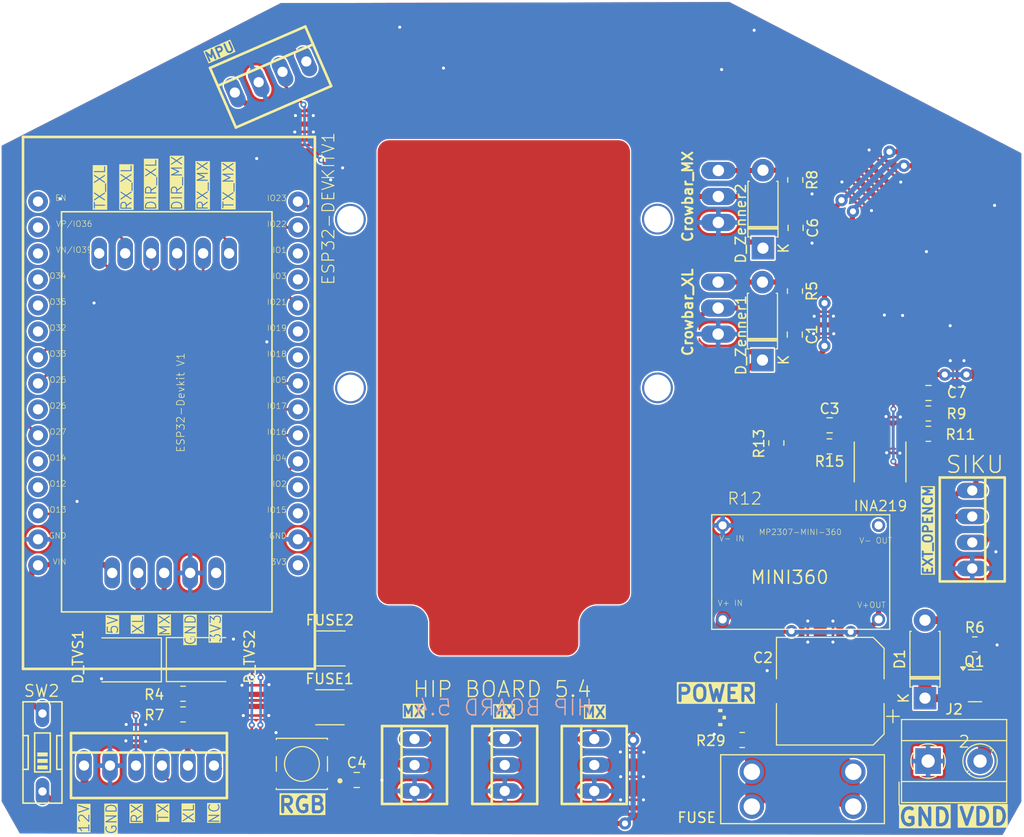
<source format=kicad_pcb>
(kicad_pcb (version 20240108) (generator "pcbnew") (generator_version "8.0")
  (layers (0 "F.Cu" signal) (31 "B.Cu" signal) (34 "B.Paste" user) (35 "F.Paste" user) (36 "B.SilkS" user "B.Silkscreen") (37 "F.SilkS" user "F.Silkscreen") (38 "B.Mask" user) (39 "F.Mask" user) (44 "Edge.Cuts" user))
  (net 0 "")
  (net 1 "GND")
  (net 2 "Net-(LED1-PadA)")
  (net 3 "+12V")
  (net 4 "unconnected-(J3-Pin_6-Pad6)")
  (net 5 "VCC_12V_IN")
  (net 6 "+3V3")
  (net 7 "/Board Shield 2023 V5.3.2_1/TX_XL")
  (net 8 "/Board Shield 2023 V5.3.2_1/SCL")
  (net 9 "/Board Shield 2023 V5.3.2_1/DIR_XL")
  (net 10 "/Board Shield 2023 V5.3.2_1/RX_MX")
  (net 11 "/Board Shield 2023 V5.3.2_1/SDA")
  (net 12 "/Board Shield 2023 V5.3.2_1/TX_MX")
  (net 13 "/Board Shield 2023 V5.3.2_1/3V3_IC")
  (net 14 "/Board Shield 2023 V5.3.2_1/RX_XL")
  (net 15 "/Board Shield 2023 V5.3.2_1/DIR_MX")
  (net 17 "/Board Shield 2023 V5.3.2_1/VIN-")
  (net 18 "/Board Shield 2023 V5.3.2_1/VIN+")
  (net 20 "Net-(D1-A)")
  (net 21 "Net-(D1-K)")
  (net 22 "/Board Shield 2023 V5.3.2_1/VCC_12V_EXT")
  (net 23 "/Board Shield 2023 V5.3.2_1/TX_B")
  (net 24 "/Board Shield 2023 V5.3.2_1/RX_B")
  (net 25 "/Board Shield 2023 V5.3.2_1/TTL_MX_CR")
  (net 26 "/Board Shield 2023 V5.3.2_1/TTL_MX")
  (net 27 "Net-(FUSE1-Pad1)")
  (net 28 "/Board Shield 2023 V5.3.2_1/TTL_XL")
  (net 29 "Net-(D_Zenner1-A)")
  (net 30 "Net-(D_Zenner2-A)")
  (net 31 "Net-(FUSE2-Pad1)")
  (net 32 "/Board Shield 2023 V5.3.2_1/5V_MIKRO")
  (net 35 "/Board Shield 2023 V5.3.2_1/TTL_XL_CR")
  (net 36 "/Board Shield 2023 V5.3.2_1/LED_WS")
  (net 37 "/Board Shield 2023 V5.3.2_1/VIN_BAWAH")
  (footprint "Diode_THT:D_DO-41_SOD81_P7.62mm_Horizontal" (layer "F.Cu") (at 278.86 149.56 90)
    (property "Reference" "D_Zenner2")
    (property "Value" "1N4733A" (hide yes))
  )
  (footprint "3568:FUSE_3568" (layer "F.Cu") (at 282.73 202.45 180)
    (property "Reference" "F1")
    (property "Value" "FUSE")
  )
  (footprint "Board Shield 2023 V5.3.2:22-23-2031" (layer "F.Cu") (at 244.8 200.0854 90)
    (property "Reference" "X3" (hide yes))
    (property "Value" "22-23-2031" (hide yes))
  )
  (footprint "Resistor_SMD:R_0805_2012Metric" (layer "F.Cu") (at 282.02 142.89 -90)
    (property "Reference" "R8")
    (property "Value" "1k" (hide yes))
  )
  (footprint "Board Shield 2023 V5.3.2:EDG-01_367" (layer "F.Cu") (at 208.43 198.86)
    (property "Reference" "SW2")
    (property "Value" "~")
  )
  (footprint "Board Shield 2023 V5.3.2:22-23-2061_165" (layer "F.Cu") (at 218.84 200.14)
    (property "Reference" "J3")
    (property "Value" "Conn_01x06_Socket")
  )
  (footprint "Diode_THT:D_DO-41_SOD81_P7.62mm_Horizontal" (layer "F.Cu") (at 278.81 160.5 90)
    (property "Reference" "D_Zenner1")
    (property "Value" "1N4733A" (hide yes))
  )
  (footprint "Resistor_SMD:R_0805_2012Metric" (layer "F.Cu") (at 281.99 153.76 -90)
    (property "Reference" "R5")
    (property "Value" "1k" (hide yes))
  )
  (footprint "Package_TO_SOT_SMD:SOT-23" (layer "F.Cu") (at 299.59 192.3375)
    (property "Reference" "Q1")
    (property "Value" "AO3401A")
  )
  (footprint "Resistor_SMD:R_0805_2012Metric" (layer "F.Cu") (at 295.03 167.71)
    (property "Reference" "R11")
    (property "Value" "3.3k")
  )
  (footprint "Board Shield 2023 V5.3.2:22-23-2031" (layer "F.Cu") (at 253.62 200.0854 90)
    (property "Reference" "X4" (hide yes))
    (property "Value" "22-23-2031" (hide yes))
  )
  (footprint "Resistor_SMD:R_0805_2012Metric" (layer "F.Cu") (at 222.17 195.14)
    (property "Reference" "R7")
    (property "Value" "100" (hide yes))
  )
  (footprint "Capacitor_SMD:C_0805_2012Metric" (layer "F.Cu") (at 295.04 163.72)
    (property "Reference" "C7")
    (property "Value" "C")
  )
  (footprint "Diode_THT:D_DO-41_SOD81_P7.62mm_Horizontal" (layer "F.Cu") (at 294.7 193.55 90)
    (property "Reference" "D1")
    (property "Value" "1N47xxA")
  )
  (footprint "Resistor_SMD:R_0805_2012Metric" (layer "F.Cu") (at 285.36 168.94 180)
    (property "Reference" "R15")
    (property "Value" "10k")
  )
  (footprint "Board Shield 2023 V5.3.2:ESP32-DEVKITV1" (layer "F.Cu") (at 221.13 164.04 90)
    (property "Reference" "U$5" (hide yes))
    (property "Value" "ESP32DEVKITV1")
  )
  (footprint "Board Shield 2023 V5.3.2:TRANSCEIVER_2.0" (layer "F.Cu") (at 211.689 147.527)
    (property "Reference" "U$6" (hide yes))
    (property "Value" "TRANSCEIVER_2.0" (hide yes))
  )
  (footprint "Resistor_SMD:R_0805_2012Metric" (layer "F.Cu") (at 276.83 197.64 180)
    (property "Reference" "R29")
    (property "Value" "2k")
  )
  (footprint "Board Shield 2023 V5.3.2:R2512_334" (layer "F.Cu") (at 283 173.39 180)
    (property "Reference" "R12")
    (property "Value" "RSHUNTO")
  )
  (footprint "Capacitor_SMD:C_0805_2012Metric" (layer "F.Cu") (at 281.97 158.01 -90)
    (property "Reference" "C1")
    (property "Value" "100nF" (hide yes))
  )
  (footprint "Diode_SMD:D_SMB" (layer "F.Cu") (at 216.39 189.81 180)
    (property "Reference" "D_TVS1")
    (property "Value" "SMBJ5.0A" (hide yes))
  )
  (footprint "Fuse:Fuse_1812_4532Metric" (layer "F.Cu") (at 236.63 188.69)
    (property "Reference" "FUSE2")
    (property "Value" "MSMD050 " (hide yes))
  )
  (footprint "Board Shield 2023 V5.3.2:CHIPLED_1206" (layer "F.Cu") (at 275.25 195.45 90)
    (property "Reference" "LED1")
    (property "Value" "LEDCHIPLED_1206")
  )
  (footprint "Fuse:Fuse_1812_4532Metric" (layer "F.Cu") (at 236.53 194.44)
    (property "Reference" "FUSE1")
    (property "Value" "MSMD050 " (hide yes))
  )
  (footprint "Board Shield 2023 V5.3.2:22-23-2031" (layer "F.Cu") (at 262.37 200.0854 90)
    (property "Reference" "X5" (hide yes))
    (property "Value" "22-23-2031" (hide yes))
  )
  (footprint "Capacitor_SMD:CP_Elec_10x12.6" (layer "F.Cu") (at 285.44 192.87 180)
    (property "Reference" "C2")
    (property "Value" "C")
  )
  (footprint "Resistor_SMD:R_0805_2012Metric" (layer "F.Cu") (at 295.03 165.72)
    (property "Reference" "R9")
    (property "Value" "3.3k")
  )
  (footprint "Board Shield 2023 V5.3.2:TO220CL" (layer "F.Cu") (at 268.13 155.42 90)
    (property "Reference" "T3")
    (property "Value" "BT151")
  )
  (footprint "Board Shield 2023 V5.3.2:MP2307-MINI-360" (layer "F.Cu") (at 281.47 181.74)
    (property "Reference" "MINI360")
    (property "Value" "~")
  )
  (footprint "Diode_SMD:D_SMB" (layer "F.Cu") (at 224.2 189.78)
    (property "Reference" "D_TVS2")
    (property "Value" "SMBJ5.0A" (hide yes))
  )
  (footprint "Capacitor_SMD:C_0805_2012Metric" (layer "F.Cu") (at 239.15 201.55)
    (property "Reference" "C4")
    (property "Value" "100nF" (hide yes))
  )
  (footprint "TerminalBlock_MetzConnect:TerminalBlock_MetzConnect_Type101_RT01602HBWC_1x02_P5.08mm_Horizontal" (layer "F.Cu") (at 295.005 199.7)
    (property "Reference" "J2")
    (property "Value" "Screw_Terminal_01x02" (hide yes))
  )
  (footprint "Board Shield 2023 V5.3.2:22-23-2041_165" (layer "F.Cu") (at 230.73 132.83 23.5)
    (property "Reference" "J1")
    (property "Value" "MPU")
  )
  (footprint "Board Shield 2023 V5.3.2:TO220CL" (layer "F.Cu") (at 268.15 144.51 90)
    (property "Reference" "T1")
    (property "Value" "BT151")
  )
  (footprint "Board Shield 2023 V5.3.2:22-23-2041_165" (layer "F.Cu") (at 299.32 177.06 -90)
    (property "Reference" "J4" (hide yes))
    (property "Value" "EXT_OPENCM")
  )
  (footprint "Resistor_SMD:R_0805_2012Metric" (layer "F.Cu") (at 299.57 188.3)
    (property "Reference" "R6")
    (property "Value" "470" (hide yes))
  )
  (footprint "Board Shield 2023 V5.3.2:WS2812B_22900745" (layer "F.Cu") (at 233.79 199.98 180)
    (property "Reference" "D5")
    (property "Value" "WS2812B")
  )
  (footprint "Capacitor_SMD:C_0805_2012Metric" (layer "F.Cu") (at 282.05 147.58 -90)
    (property "Reference" "C6")
    (property "Value" "100nF" (hide yes))
  )
  (footprint "Resistor_SMD:R_0805_2012Metric" (layer "F.Cu") (at 222.17 193.12)
    (property "Reference" "R4")
    (property "Value" "100" (hide yes))
  )
  (footprint "Board Shield 2023 V5.3.2:SOIC127P599X175-8N" (layer "F.Cu") (at 290.31 170.46 90)
    (property "Reference" "U2")
    (property "Value" "INA219AIDR")
  )
  (footprint "Capacitor_SMD:C_0805_2012Metric" (layer "F.Cu") (at 285.38 166.88 180)
    (property "Reference" "C3")
    (property "Value" "0.1uF" (hide yes))
  )
  (footprint "Resistor_SMD:R_0805_2012Metric" (layer "F.Cu") (at 280.17 168.61 -90)
    (property "Reference" "R13")
    (property "Value" "10k")
  )
  (gr_arc (start 260.8802 186.235) (mid 261.407425 184.96224) (end 262.6802 184.435) (stroke (width 0.001)) (layer "Edge.Cuts"))
  (gr_line (start 241.1302 183.235) (end 241.1302 140.143619) (stroke (width 0.001)) (layer "Edge.Cuts"))
  (gr_arc (start 265.9302 183.235) (mid 265.57871 184.083496) (end 264.7302 184.435) (stroke (width 0.001)) (layer "Edge.Cuts"))
  (gr_line (start 260.8802 186.235) (end 260.8802 188.235) (stroke (width 0.001)) (layer "Edge.Cuts"))
  (gr_line (start 264.7302 184.435) (end 262.6802 184.435) (stroke (width 0.001)) (layer "Edge.Cuts"))
  (gr_arc (start 244.3802 184.435) (mid 245.65301 184.962205) (end 246.1802 186.235) (stroke (width 0.001)) (layer "Edge.Cuts"))
  (gr_arc (start 260.8802 188.235) (mid 260.52871 189.083496) (end 259.6802 189.435) (stroke (width 0.001)) (layer "Edge.Cuts"))
  (gr_arc (start 264.7302 138.943619) (mid 265.578739 139.295089) (end 265.9302 140.143619) (stroke (width 0.001)) (layer "Edge.Cuts"))
  (gr_line (start 204.3662 203.625) (end 206.1862 206.845) (stroke (width 0.01)) (layer "Edge.Cuts"))
  (gr_line (start 265.9302 140.143619) (end 265.9302 183.235) (stroke (width 0.001)) (layer "Edge.Cuts"))
  (gr_line (start 231.7002 125.545) (end 204.3872 139.508) (stroke (width 0.01)) (layer "Edge.Cuts"))
  (gr_line (start 204.3872 139.508) (end 204.3872 203.498) (stroke (width 0.01)) (layer "Edge.Cuts"))
  (gr_line (start 275.6102 125.445) (end 231.7002 125.545) (stroke (width 0.01)) (layer "Edge.Cuts"))
  (gr_arc (start 241.1302 140.143619) (mid 241.481683 139.295111) (end 242.3302 138.943619) (stroke (width 0.001)) (layer "Edge.Cuts"))
  (gr_line (start 242.3302 138.943619) (end 244.3802 138.943619) (stroke (width 0.001)) (layer "Edge.Cuts"))
  (gr_line (start 206.1862 206.845) (end 302.3212 206.972) (stroke (width 0.01)) (layer "Edge.Cuts"))
  (gr_line (start 262.6802 138.943619) (end 264.7302 138.943619) (stroke (width 0.001)) (layer "Edge.Cuts"))
  (gr_line (start 304.1412 203.752) (end 304.1702 203.625) (stroke (width 0.01)) (layer "Edge.Cuts"))
  (gr_line (start 244.30355 138.943619) (end 262.75685 138.943619) (stroke (width 0.001)) (layer "Edge.Cuts"))
  (gr_line (start 304.1702 140.235) (end 304.1702 203.625) (stroke (width 0.01)) (layer "Edge.Cuts"))
  (gr_line (start 304.1412 203.752) (end 302.3212 206.972) (stroke (width 0.01)) (layer "Edge.Cuts"))
  (gr_line (start 304.1702 140.235) (end 275.6102 125.445) (stroke (width 0.01)) (layer "Edge.Cuts"))
  (gr_line (start 259.6802 189.435) (end 247.3802 189.435) (stroke (width 0.001)) (layer "Edge.Cuts"))
  (gr_line (start 246.1802 188.235) (end 246.1802 186.235) (stroke (width 0.001)) (layer "Edge.Cuts"))
  (gr_arc (start 242.3302 184.435) (mid 241.481654 184.083531) (end 241.1302 183.235) (stroke (width 0.001)) (layer "Edge.Cuts"))
  (gr_arc (start 247.3802 189.435) (mid 246.531654 189.083531) (end 246.1802 188.235) (stroke (width 0.001)) (layer "Edge.Cuts"))
  (gr_line (start 204.3872 203.498) (end 204.3662 203.625) (stroke (width 0.01)) (layer "Edge.Cuts"))
  (gr_line (start 244.3802 184.435) (end 242.3302 184.435) (stroke (width 0.001)) (layer "Edge.Cuts"))
  (gr_text "HIP BOARD 5.4\n" (at 262.32 195.38 0) (layer "B.SilkS") (effects (font (size 1.542288 1.542288) (thickness 0.134112)) (justify left bottom mirror)))
  (gr_text "MX" (at 252.32 195.48 0) (layer "F.SilkS" knockout) (effects (font (size 1 1) (thickness 0.2) (bold yes)) (justify left bottom)))
  (gr_text "GND" (at 291.98 206.14 0) (layer "F.SilkS" knockout) (effects (font (size 1.63576 1.63576) (thickness 0.327152) (bold yes)) (justify left bottom)))
  (gr_text "HIP BOARD 5.4" (at 244.55 193.58 0) (layer "F.SilkS") (effects (font (size 1.542288 1.542288) (thickness 0.134112)) (justify left bottom)))
  (gr_text "12V" (at 213.09 206.77 90) (layer "F.SilkS" knockout) (effects (font (size 1 1) (thickness 0.1)) (justify left bottom)))
  (gr_text "5V" (at 215.89 187.37 90) (layer "F.SilkS" knockout) (effects (font (size 1 1) (thickness 0.1)) (justify left bottom)))
  (gr_text "POWER" (at 270.2 193.99 0) (layer "F.SilkS" knockout) (effects (font (size 1.5 1.5) (thickness 0.3) (bold yes)) (justify left bottom)))
  (gr_text "DIR_XL" (at 219.63 145.94 90) (layer "F.SilkS" knockout) (effects (font (size 1 1) (thickness 0.1)) (justify left bottom)))
  (gr_text "SIKU" (at 296.64 171.67 0) (layer "F.SilkS") (effects (font (size 1.63576 1.63576) (thickness 0.14224)) (justify left bottom)))
  (gr_text "GND" (at 215.76 206.94 90) (layer "F.SilkS" knockout) (effects (font (size 1 1) (thickness 0.1)) (justify left bottom)))
  (gr_text "XL" (at 223.31 205.73 90) (layer "F.SilkS" knockout) (effects (font (size 1 1) (thickness 0.1)) (justify left bottom)))
  (gr_text "MX" (at 220.96 187.55 90) (layer "F.SilkS" knockout) (effects (font (size 1 1) (thickness 0.1)) (justify left bottom)))
  (gr_text "TX" (at 220.81 205.65 90) (layer "F.SilkS" knockout) (effects (font (size 1 1) (thickness 0.1)) (justify left bottom)))
  (gr_text "NC" (at 225.81 205.88 90) (layer "F.SilkS" knockout) (effects (font (size 1 1) (thickness 0.1)) (justify left bottom)))
  (gr_text "GND\n" (at 223.48 188.46 90) (layer "F.SilkS" knockout) (effects (font (size 1 1) (thickness 0.1)) (justify left bottom)))
  (gr_text "RX" (at 218.22 205.9 90) (layer "F.SilkS" knockout) (effects (font (size 1 1) (thickness 0.1)) (justify left bottom)))
  (gr_text "RGB" (at 231.36 204.86 0) (layer "F.SilkS" knockout) (effects (font (size 1.5 1.5) (thickness 0.3) (bold yes)) (justify left bottom)))
  (gr_text "TX_XL" (at 214.63 145.81 90) (layer "F.SilkS" knockout) (effects (font (size 1 1) (thickness 0.1)) (justify left bottom)))
  (gr_text "VDD" (at 297.87 206.09 0) (layer "F.SilkS" knockout) (effects (font (size 1.63576 1.63576) (thickness 0.327152) (bold yes)) (justify left bottom)))
  (gr_text "XL\n" (at 218.34 187.3 90) (layer "F.SilkS" knockout) (effects (font (size 1 1) (thickness 0.1)) (justify left bottom)))
  (gr_text "TX_MX" (at 227.19 145.78 90) (layer "F.SilkS" knockout) (effects (font (size 1 1) (thickness 0.1)) (justify left bottom)))
  (gr_text "2" (at 297.9012 198.48 0) (layer "F.SilkS") (effects (font (size 1.143 1.143) (thickness 0.127)) (justify left bottom)))
  (gr_text "MX" (at 243.49 195.44 0) (layer "F.SilkS" knockout) (effects (font (size 1 1) (thickness 0.2) (bold yes)) (justify left bottom)))
  (gr_text "RX_XL" (at 217.22 145.96 90) (layer "F.SilkS" knockout) (effects (font (size 1 1) (thickness 0.1)) (justify left bottom)))
  (gr_text "MX" (at 261.2 195.52 0) (layer "F.SilkS" knockout) (effects (font (size 1 1) (thickness 0.2) (bold yes)) (justify left bottom)))
  (gr_text "DIR_MX" (at 222.16 145.94 90) (layer "F.SilkS" knockout) (effects (font (size 1 1) (thickness 0.1)) (justify left bottom)))
  (gr_text "Crowbar_MX" (at 272.08 149.07 90) (layer "F.SilkS") (effects (font (size 1 1) (thickness 0.2) (bold yes)) (justify left bottom)))
  (gr_text "Crowbar_XL" (at 272.09 160.22 90) (layer "F.SilkS") (effects (font (size 1 1) (thickness 0.2) (bold yes)) (justify left bottom)))
  (gr_text "RX_MX" (at 224.67 145.94 90) (layer "F.SilkS" knockout) (effects (font (size 1 1) (thickness 0.1)) (justify left bottom)))
  (gr_text "3V3" (at 225.95 188.18 90) (layer "F.SilkS" knockout) (effects (font (size 1 1) (thickness 0.1)) (justify left bottom)))
  (gr_text "INA219\n" (at 287.65 175.35 0) (layer "F.SilkS") (effects (font (size 1 1) (thickness 0.125)) (justify left bottom)))
  (via (at 238.5402 163.227) (size 3.0064) (drill 2.6) (layers "F.Cu" "B.Cu") (net 0))
  (via (at 268.5502 163.217) (size 3.0064) (drill 2.6) (layers "F.Cu" "B.Cu") (net 0))
  (via (at 268.5402 146.725) (size 3.0064) (drill 2.6) (layers "F.Cu" "B.Cu") (net 0))
  (via (at 238.5302 146.735) (size 3.0064) (drill 2.6) (layers "F.Cu" "B.Cu") (net 0))
  (segment (start 285.74 156.15) (end 285.73 156.15) (width 0.254) (layer "F.Cu") (net 1))
  (segment (start 264.96 198.86) (end 265.01 198.86) (width 0.254) (layer "F.Cu") (net 1))
  (segment (start 267.21 198.84) (end 267.17 198.86) (width 0.254) (layer "F.Cu") (net 1))
  (segment (start 267.17 198.86) (end 265.06 198.86) (width 0.254) (layer "F.Cu") (net 1))
  (segment (start 292.23 166.08) (end 292.19 166.08) (width 0.254) (layer "F.Cu") (net 1))
  (segment (start 264.92 198.81) (end 264.96 198.86) (width 0.254) (layer "F.Cu") (net 1))
  (segment (start 292.15 166.08) (end 292.3 166.04) (width 0.254) (layer "F.Cu") (net 1))
  (segment (start 292.29 143.1) (end 292.33 143.1) (width 0.254) (layer "F.Cu") (net 1))
  (segment (start 290.95 169.56) (end 290.98 169.57) (width 0.254) (layer "F.Cu") (net 1))
  (segment (start 290.98 169.56) (end 290.95 169.56) (width 0.254) (layer "F.Cu") (net 1))
  (segment (start 283.77 157.92) (end 283.81 157.92) (width 0.254) (layer "F.Cu") (net 1))
  (segment (start 290.89 166.02) (end 291.06 166.08) (width 0.254) (layer "F.Cu") (net 1))
  (segment (start 264.95 201.23) (end 264.99 201.32) (width 0.254) (layer "F.Cu") (net 1))
  (segment (start 230.39 192.29) (end 230.57 192.23) (width 0.254) (layer "F.Cu") (net 1))
  (segment (start 267.18 201.23) (end 264.95 201.23) (width 0.254) (layer "F.Cu") (net 1))
  (segment (start 292.24 169.6) (end 292.17 169.56) (width 0.254) (layer "F.Cu") (net 1))
  (segment (start 292.33 143.14) (end 289.25 140.06) (width 0.254) (layer "F.Cu") (net 1))
  (segment (start 285.79 157.92) (end 285.8 157.92) (width 0.254) (layer "F.Cu") (net 1))
  (segment (start 267.18 203.49) (end 264.94 203.49) (width 0.254) (layer "F.Cu") (net 1))
  (segment (start 292.29 166.06) (end 292.23 166.08) (width 0.254) (layer "F.Cu") (net 1))
  (segment (start 291.06 166.08) (end 292.15 166.08) (width 0.254) (layer "F.Cu") (net 1))
  (segment (start 227.98 192.29) (end 227.93 192.29) (width 0.254) (layer "F.Cu") (net 1))
  (segment (start 265.06 198.86) (end 264.92 198.81) (width 0.254) (layer "F.Cu") (net 1))
  (segment (start 291 166.08) (end 290.94 166.08) (width 0.254) (layer "F.Cu") (net 1))
  (segment (start 285.76 156.14) (end 285.74 156.15) (width 0.254) (layer "F.Cu") (net 1))
  (segment (start 289.37 145.88) (end 286.57 143.08) (width 0.254) (layer "F.Cu") (net 1))
  (segment (start 267.13 198.86) (end 267.21 198.84) (width 0.254) (layer "F.Cu") (net 1))
  (segment (start 285.72 156.15) (end 285.76 156.14) (width 0.254) (layer "F.Cu") (net 1))
  (segment (start 285.7 188.07) (end 285.7 186.02) (width 0.254) (layer "F.Cu") (net 1))
  (segment (start 264.94 203.49) (end 264.94 203.47) (width 0.254) (layer "F.Cu") (net 1))
  (segment (start 267.2 201.32) (end 267.18 201.23) (width 0.254) (layer "F.Cu") (net 1))
  (segment (start 285.78 157.93) (end 285.79 157.92) (width 0.254) (layer "F.Cu") (net 1))
  (segment (start 233.16 136.6) (end 234.9 136.6) (width 0.254) (layer "F.Cu") (net 1))
  (segment (start 218.49 196.12) (end 218.51 196.14) (width 0.254) (layer "F.Cu") (net 1))
  (segment (start 290.98 169.57) (end 292.24 169.6) (width 0.254) (layer "F.Cu") (net 1))
  (segment (start 227.93 192.29) (end 230.39 192.29) (width 0.254) (layer "F.Cu") (net 1))
  (segment (start 290.94 166.08) (end 290.89 166.02) (width 0.254) (layer "F.Cu") (net 1))
  (segment (start 216.58 197.72) (end 218.45 197.72) (width 0.254) (layer "F.Cu") (net 1))
  (segment (start 267.15 198.86) (end 267.13 198.86) (width 0.254) (layer "F.Cu") (net 1))
  (segment (start 283.87 156.22) (end 285.71 156.22) (width 0.254) (layer "F.Cu") (net 1))
  (segment (start 292.26 143.07) (end 292.29 143.1) (width 0.254) (layer "F.Cu") (net 1))
  (segment (start 283.81 157.92) (end 285.77 157.92) (width 0.254) (layer "F.Cu") (net 1))
  (segment (start 283.24 186.01) (end 283.24 188.07) (width 0.254) (layer "F.Cu") (net 1))
  (segment (start 230.57 192.23) (end 230.51 192.29) (width 0.254) (layer "F.Cu") (net 1))
  (segment (start 292.33 143.1) (end 292.33 143.14) (width 0.254) (layer "F.Cu") (net 1))
  (segment (start 292.3 166.04) (end 292.29 166.06) (width 0.254) (layer "F.Cu") (net 1))
  (segment (start 267.15 203.47) (end 267.18 203.49) (width 0.254) (layer "F.Cu") (net 1))
  (segment (start 228.0612 195.25) (end 230.55 195.25) (width 0.254) (layer "F.Cu") (net 1))
  (segment (start 216.61 196.12) (end 218.49 196.12) (width 0.254) (layer "F.Cu") (net 1))
  (segment (start 285.77 157.92) (end 285.78 157.93) (width 0.254) (layer "F.Cu") (net 1))
  (segment (start 230.51 192.29) (end 230.45 192.29) (width 0.254) (layer "F.Cu") (net 1))
  (segment (start 283.85 156.15) (end 283.88 156.15) (width 0.254) (layer "F.Cu") (net 1))
  (segment (start 218.45 197.72) (end 218.51 197.78) (width 0.254) (layer "F.Cu") (net 1))
  (segment (start 233.305 138.19) (end 234.795 138.19) (width 0.254) (layer "F.Cu") (net 1))
  (via (at 267.18 201.23) (size 0.6) (drill 0.3) (layers "F.Cu" "B.Cu") (net 1))
  (via (at 289.24 139.96) (size 0.6) (drill 0.3) (layers "F.Cu" "B.Cu") (net 1))
  (via (at 227.1 187.78) (size 0.6) (drill 0.3) (layers "F.Cu" "B.Cu") (net 1))
  (via (at 292.24 169.6) (size 0.6) (drill 0.3) (layers "F.Cu" "B.Cu") (net 1))
  (via (at 301.63 179.24) (size 0.6) (drill 0.3) (layers "F.Cu" "B.Cu") (net 1))
  (via (at 286.58 143.09) (size 0.6) (drill 0.3) (layers "F.Cu" "B.Cu") (net 1))
  (via (at 230.57 192.23) (size 0.6) (drill 0.3) (layers "F.Cu" "B.Cu") (net 1))
  (via (at 234.9098 138.207) (size 0.6) (drill 0.3) (layers "F.Cu" "B.Cu") (net 1))
  (via (at 229.37 140.8) (size 0.6) (drill 0.3) (layers "F.Cu" "B.Cu") (net 1))
  (via (at 283.81 157.92) (size 0.6) (drill 0.3) (layers "F.Cu" "B.Cu") (net 1))
  (via (at 290.89 166.02) (size 0.6) (drill 0.3) (layers "F.Cu" "B.Cu") (net 1))
  (via (at 283.66 144.26) (size 0.6) (drill 0.3) (layers "F.Cu" "B.Cu") (net 1))
  (via (at 241.606906 201.568521) (size 0.6) (drill 0.3) (layers "F.Cu" "B.Cu") (net 1))
  (via (at 283.24 188.07) (size 0.6) (drill 0.3) (layers "F.Cu" "B.Cu") (net 1))
  (via (at 211.81 174.32) (size 0.6) (drill 0.3) (layers "F.Cu" "B.Cu") (net 1))
  (via (at 301.5 145.38) (size 0.6) (drill 0.3) (layers "F.Cu" "B.Cu") (net 1))
  (via (at 285.7 186.02) (size 0.6) (drill 0.3) (layers "F.Cu" "B.Cu") (net 1))
  (via (at 292.29 166.06) (size 0.6) (drill 0.3) (layers "F.Cu" "B.Cu") (net 1))
  (via (at 216.58 197.72) (size 0.6) (drill 0.3) (layers "F.Cu" "B.Cu") (net 1))
  (via (at 264.92 198.81) (size 0.6) (drill 0.3) (layers "F.Cu" "B.Cu") (net 1))
  (via (at 213.47 154.92) (size 0.6) (drill 0.3) (layers "F.Cu" "B.Cu") (net 1))
  (via (at 216.61 196.12) (size 0.6) (drill 0.3) (layers "F.Cu" "B.Cu") (net 1))
  (via (at 297.16 157.14) (size 0.6) (drill 0.3) (layers "F.Cu" "B.Cu") (net 1))
  (via (at 230.55 195.25) (size 0.6) (drill 0.3) (layers "F.Cu" "B.Cu") (net 1))
  (via (at 247.63 131.96) (size 0.6) (drill 0.3) (layers "F.Cu" "B.Cu") (net 1))
  (via (at 283.66 149.07) (size 0.6) (drill 0.3) (layers "F.Cu" "B.Cu") (net 1))
  (via (at 285.7 188.07) (size 0.6) (drill 0.3) (layers "F.Cu" "B.Cu") (net 1))
  (via (at 218.51 197.78) (size 0.6) (drill 0.3) (layers "F.Cu" "B.Cu") (net 1))
  (via (at 297.24 163.07) (size 0.6) (drill 0.3) (layers "F.Cu" "B.Cu") (net 1))
  (via (at 230.36 158.72) (size 0.6) (drill 0.3) (layers "F.Cu" "B.Cu") (net 1))
  (via (at 264.94 203.49) (size 0.6) (drill 0.3) (layers "F.Cu" "B.Cu") (net 1))
  (via (at 233.0898 138.207) (size 0.6) (drill 0.3) (layers "F.Cu" "B.Cu") (net 1))
  (via (at 233.16 136.6) (size 0.6) (drill 0.3) (layers "F.Cu" "B.Cu") (net 1))
  (via (at 228.0612 195.25) (size 0.6) (drill 0.3) (layers "F.Cu" "B.Cu") (net 1))
  (via (at 285.78 157.93) (size 0.6) (drill 0.3) (layers "F.Cu" "B.Cu") (net 1))
  (via (at 267.21 198.84) (size 0.6) (drill 0.3) (layers "F.Cu" "B.Cu") (net 1))
  (via (at 290.95 169.56) (size 0.6) (drill 0.3) (layers "F.Cu" "B.Cu") (net 1))
  (via (at 231.26 196.92) (size 0.6) (drill 0.3) (layers "F.Cu" "B.Cu") (net 1))
  (via (at 283.87 156.22) (size 0.6) (drill 0.3) (layers "F.Cu" "B.Cu") (net 1))
  (via (at 274.1 197.08) (size 0.6) (drill 0.3) (layers "F.Cu" "B.Cu") (net 1))
  (via (at 237.77 141.71) (size 0.6) (drill 0.3) (layers "F.Cu" "B.Cu") (net 1))
  (via (at 285.75 156.21) (size 0.6) (drill 0.3) (layers "F.Cu" "B.Cu") (net 1))
  (via (at 210.14 144.73) (size 0.6) (drill 0.3) (layers "F.Cu" "B.Cu") (net 1))
  (via (at 274.82 132.1) (size 0.6) (drill 0.3) (layers "F.Cu" "B.Cu") (net 1))
  (via (at 214.2 191.65) (size 0.6) (drill 0.3) (layers "F.Cu" "B.Cu") (net 1))
  (via (at 294.84 149.9) (size 0.6) (drill 0.3) (layers "F.Cu" "B.Cu") (net 1))
  (via (at 298.4188 163.07) (size 0.6) (drill 0.3) (layers "F.Cu" "B.Cu") (net 1))
  (via (at 301.75 188.35) (size 0.6) (drill 0.3) (layers "F.Cu" "B.Cu") (net 1))
  (via (at 227.93 192.29) (size 0.6) (drill 0.3) (layers "F.Cu" "B.Cu") (net 1))
  (via (at 267.18 203.49) (size 0.6) (drill 0.3) (layers "F.Cu" "B.Cu") (net 1))
  (via (at 279.27 190.86) (size 0.6) (drill 0.3) (layers "F.Cu" "B.Cu") (net 1))
  (via (at 283.24 186.01) (size 0.6) (drill 0.3) (layers "F.Cu" "B.Cu") (net 1))
  (via (at 290.73 156.1) (size 0.6) (drill 0.3) (layers "F.Cu" "B.Cu") (net 1))
  (via (at 289.47 145.89) (size 0.6) (drill 0.3) (layers "F.Cu" "B.Cu") (net 1))
  (via (at 264.95 201.23) (size 0.6) (drill 0.3) (layers "F.Cu" "B.Cu") (net 1))
  (via (at 298.51 160.56) (size 0.6) (drill 0.3) (layers "F.Cu" "B.Cu") (net 1))
  (via (at 278 128.26) (size 0.6) (drill 0.3) (layers "F.Cu" "B.Cu") (net 1))
  (via (at 234.9 136.6) (size 0.6) (drill 0.3) (layers "F.Cu" "B.Cu") (net 1))
  (via (at 297.17 160.56) (size 0.6) (drill 0.3) (layers "F.Cu" "B.Cu") (net 1))
  (via (at 292.51 156.14) (size 0.6) (drill 0.3) (layers "F.Cu" "B.Cu") (net 1))
  (via (at 243.35 127.96) (size 0.6) (drill 0.3) (layers "F.Cu" "B.Cu") (net 1))
  (via (at 292.33 143.1) (size 0.6) (drill 0.3) (layers "F.Cu" "B.Cu") (net 1))
  (via (at 236.6 142.88) (size 0.6) (drill 0.3) (layers "F.Cu" "B.Cu") (net 1))
  (via (at 218.51 196.14) (size 0.6) (drill 0.3) (layers "F.Cu" "B.Cu") (net 1))
  (segment (start 275.9175 196.5325) (end 277 195.45) (width 0.508) (layer "F.Cu") (net 2))
  (segment (start 275.9175 197.64) (end 275.9175 196.5325) (width 0.508) (layer "F.Cu") (net 2))
  (segment (start 300.085 199.7) (end 300.5275 199.2575) (width 1.27) (layer "F.Cu") (net 3))
  (segment (start 300.4375 196.42) (end 300.5275 196.51) (width 1.27) (layer "F.Cu") (net 3))
  (segment (start 291.01 196.42) (end 299.43 196.42) (width 1.27) (layer "F.Cu") (net 3))
  (segment (start 299.43 196.42) (end 299.5075 196.42) (width 1.27) (layer "F.Cu") (net 3))
  (segment (start 299.5075 196.42) (end 300.5275 197.44) (width 1.27) (layer "F.Cu") (net 3))
  (segment (start 289.79 195.2) (end 291.01 196.42) (width 1.27) (layer "F.Cu") (net 3))
  (segment (start 289.79 192.87) (end 289.79 195.2) (width 1.27) (layer "F.Cu") (net 3))
  (segment (start 299.43 196.42) (end 299.43 196.1775) (width 1.27) (layer "F.Cu") (net 3))
  (segment (start 300.5275 199.2575) (end 300.5275 197.44) (width 1.27) (layer "F.Cu") (net 3))
  (segment (start 299.43 196.1775) (end 300.5275 195.08) (width 1.27) (layer "F.Cu") (net 3))
  (segment (start 300.5275 196.51) (end 300.5275 195.08) (width 1.27) (layer "F.Cu") (net 3))
  (segment (start 300.5275 197.44) (end 300.5275 196.51) (width 1.27) (layer "F.Cu") (net 3))
  (segment (start 300.5275 195.08) (end 300.5275 192.3375) (width 1.27) (layer "F.Cu") (net 3))
  (segment (start 299.43 196.42) (end 300.4375 196.42) (width 1.27) (layer "F.Cu") (net 3))
  (segment (start 225.87 200.45) (end 225.24 200.45) (width 0.254) (layer "F.Cu") (net 4))
  (segment (start 280.6 199.46) (end 279.43 199.46) (width 1.27) (layer "F.Cu") (net 5))
  (segment (start 279.605 199.635) (end 280.015 200.045) (width 1.27) (layer "F.Cu") (net 5))
  (segment (start 277.7425 200.7225) (end 277.77 200.75) (width 1.27) (layer "F.Cu") (net 5))
  (segment (start 280.86 201.06) (end 280.86 199.2) (width 1.27) (layer "F.Cu") (net 5))
  (segment (start 277.77 200.75) (end 277.77 204.15) (width 1.27) (layer "F.Cu") (net 5))
  (segment (start 279.92 202) (end 279.92 200.24) (width 1.27) (layer "F.Cu") (net 5))
  (segment (start 280.86 199.2) (end 280.9 199.16) (width 1.27) (layer "F.Cu") (net 5))
  (segment (start 277.7425 199.46) (end 277.7425 200.7225) (width 1.27) (layer "F.Cu") (net 5))
  (segment (start 284.4475 168.94) (end 284.4475 172.0375) (width 0.762) (layer "F.Cu") (net 5))
  (segment (start 284.4475 172.0375) (end 285.8 173.39) (width 0.762) (layer "F.Cu") (net 5))
  (segment (start 279.43 199.46) (end 279.605 199.635) (width 1.27) (layer "F.Cu") (net 5))
  (segment (start 279.87 200.19) (end 280.015 200.045) (width 1.27) (layer "F.Cu") (net 5))
  (segment (start 279.31 200.75) (end 279.31 201.46) (width 1.27) (layer "F.Cu") (net 5))
  (segment (start 277.77 200.75) (end 279.31 200.75) (width 1.27) (layer "F.Cu") (net 5))
  (segment (start 277.77 200.75) (end 278.49 200.75) (width 1.27) (layer "F.Cu") (net 5))
  (segment (start 279.92 200.24) (end 279.87 200.19) (width 1.27) (layer "F.Cu") (net 5))
  (segment (start 279.92 202) (end 280.86 201.06) (width 1.27) (layer "F.Cu") (net 5))
  (segment (start 277.7425 199.46) (end 279.43 199.46) (width 1.27) (layer "F.Cu") (net 5))
  (segment (start 280.9 199.16) (end 280.6 199.46) (width 1.27) (layer "F.Cu") (net 5))
  (segment (start 284.46 195.6) (end 284.46 174.73) (width 1.27) (layer "F.Cu") (net 5))
  (segment (start 277.77 204.15) (end 279.92 202) (width 1.27) (layer "F.Cu") (net 5))
  (segment (start 280.9 199.16) (end 284.46 195.6) (width 1.27) (layer "F.Cu") (net 5))
  (segment (start 279.31 201.46) (end 278.59 202.18) (width 1.27) (layer "F.Cu") (net 5))
  (segment (start 277.7425 197.64) (end 277.7425 199.46) (width 1.27) (layer "F.Cu") (net 5))
  (segment (start 280.015 200.045) (end 280.9 199.16) (width 1.27) (layer "F.Cu") (net 5))
  (segment (start 279.31 200.75) (end 279.87 200.19) (width 1.27) (layer "F.Cu") (net 5))
  (segment (start 278.49 200.75) (end 279.605 199.635) (width 1.27) (layer "F.Cu") (net 5))
  (segment (start 284.46 174.73) (end 285.8 173.39) (width 1.27) (layer "F.Cu") (net 5))
  (segment (start 217.76 147.54) (end 213.1 142.88) (width 0.254) (layer "F.Cu") (net 7))
  (segment (start 215.62 152.23) (end 217.29 152.23) (width 0.254) (layer "F.Cu") (net 7))
  (segment (start 213.1 142.88) (end 207.66 142.88) (width 0.254) (layer "F.Cu") (net 7))
  (segment (start 217.76 151.76) (end 217.76 147.54) (width 0.254) (layer "F.Cu") (net 7))
  (segment (start 205.82 165.685) (end 207.995 167.86) (width 0.254) (layer "F.Cu") (net 7))
  (segment (start 205.82 144.72) (end 205.82 165.685) (width 0.254) (layer "F.Cu") (net 7))
  (segment (start 213.975 150.067) (end 213.975 150.585) (width 0.254) (layer "F.Cu") (net 7))
  (segment (start 213.975 150.585) (end 215.62 152.23) (width 0.254) (layer "F.Cu") (net 7))
  (segment (start 217.29 152.23) (end 217.76 151.76) (width 0.254) (layer "F.Cu") (net 7))
  (segment (start 207.66 142.88) (end 205.82 144.72) (width 0.254) (layer "F.Cu") (net 7))
  (segment (start 236.115 142.105) (end 234.84 143.38) (width 0.254) (layer "F.Cu") (net 8))
  (segment (start 236.6 141.55) (end 236.67 141.55) (width 0.254) (layer "F.Cu") (net 8))
  (segment (start 232.48 143.38) (end 231.52 144.34) (width 0.254) (layer "F.Cu") (net 8))
  (segment (start 291.61 165.3) (end 291.61 165.29) (width 0.254) (layer "F.Cu") (net 8))
  (segment (start 235.66 140.96) (end 236.25 141.55) (width 0.254) (layer "F.Cu") (net 8))
  (segment (start 236.25 141.97) (end 236.115 142.105) (width 0.254) (layer "F.Cu") (net 8))
  (segment (start 236.895 141.325) (end 236.47 141.75) (width 0.254) (layer "F.Cu") (net 8))
  (segment (start 292.165 171.035) (end 292.165 172.7) (width 0.254) (layer "F.Cu") (net 8))
  (segment (start 236.25 141.55) (end 236.6 141.55) (width 0.254) (layer "F.Cu") (net 8))
  (segment (start 232.35 147.54) (end 233.4 147.54) (width 0.254) (layer "F.Cu") (net 8))
  (segment (start 293.65 172.71) (end 295.9425 170.4175) (width 0.254) (layer "F.Cu") (net 8))
  (segment (start 291.61 165.29) (end 291.61 147.12) (width 0.254) (layer "F.Cu") (net 8))
  (segment (start 231.894666 133.464666) (end 233.92 135.49) (width 0.254) (layer "F.Cu") (net 8))
  (segment (start 247.57 130.65) (end 236.895 141.325) (width 0.254) (layer "F.Cu") (net 8))
  (segment (start 291.61 147.12) (end 275.14 130.65) (width 0.254) (layer "F.Cu") (net 8))
  (segment (start 235.59 140.89) (end 235.66 140.96) (width 0.254) (layer "F.Cu") (net 8))
  (segment (start 231.52 144.34) (end 231.52 146.71) (width 0.254) (layer "F.Cu") (net 8))
  (segment (start 236.25 141.55) (end 236.25 141.97) (width 0.254) (layer "F.Cu") (net 8))
  (segment (start 275.14 130.65) (end 247.57 130.65) (width 0.254) (layer "F.Cu") (net 8))
  (segment (start 231.894666 132.323589) (end 231.894666 133.464666) (width 0.254) (layer "F.Cu") (net 8))
  (segment (start 234.84 143.38) (end 232.48 143.38) (width 0.254) (layer "F.Cu") (net 8))
  (segment (start 295.9425 170.4175) (end 295.9425 167.71) (width 0.254) (layer "F.Cu") (net 8))
  (segment (start 236.6 141.55) (end 236.6 141.62) (width 0.254) (layer "F.Cu") (net 8))
  (segment (start 236.25 141.55) (end 236.45 141.75) (width 0.254) (layer "F.Cu") (net 8))
  (segment (start 292.165 172.7) (end 293.64 172.7) (width 0.254) (layer "F.Cu") (net 8))
  (segment (start 236.6 141.62) (end 236.115 142.105) (width 0.254) (layer "F.Cu") (net 8))
  (segment (start 231.52 146.71) (end 232.35 147.54) (width 0.254) (layer "F.Cu") (net 8))
  (segment (start 236.47 141.75) (end 236.45 141.75) (width 0.254) (layer "F.Cu") (net 8))
  (segment (start 293.64 172.7) (end 293.65 172.71) (width 0.254) (layer "F.Cu") (net 8))
  (segment (start 236.67 141.55) (end 236.895 141.325) (width 0.254) (layer "F.Cu") (net 8))
  (segment (start 291.61 170.48) (end 292.165 171.035) (width 0.254) (layer "F.Cu") (net 8))
  (via (at 233.94 135.53) (size 0.6) (drill 0.3) (layers "F.Cu" "B.Cu") (net 8))
  (via (at 291.61 165.29) (size 0.6) (drill 0.3) (layers "F.Cu" "B.Cu") (net 8))
  (via (at 291.61 170.41) (size 0.6) (drill 0.3) (layers "F.Cu" "B.Cu") (net 8))
  (via (at 235.66 140.96) (size 0.6) (drill 0.3) (layers "F.Cu" "B.Cu") (net 8))
  (segment (start 234.05 135.62) (end 234.05 139.36) (width 0.254) (layer "B.Cu") (net 8))
  (segment (start 235.58 140.89) (end 235.59 140.89) (width 0.254) (layer "B.Cu") (net 8))
  (segment (start 233.96 135.53) (end 234.05 135.62) (width 0.254) (layer "B.Cu") (net 8))
  (segment (start 233.94 135.53) (end 233.96 135.53) (width 0.254) (layer "B.Cu") (net 8))
  (segment (start 234.05 139.36) (end 235.58 140.89) (width 0.254) (layer "B.Cu") (net 8))
  (segment (start 291.61 170.48) (end 291.61 170.41) (width 0.254) (layer "B.Cu") (net 8))
  (segment (start 291.61 170.41) (end 291.61 165.3) (width 0.254) (layer "B.Cu") (net 8))
  (segment (start 233.94 135.51) (end 233.94 135.53) (width 0.254) (layer "B.Cu") (net 8))
  (segment (start 233.92 135.49) (end 233.94 135.51) (width 0.254) (layer "B.Cu") (net 8))
  (segment (start 207.995 162.78) (end 219.055 151.72) (width 0.254) (layer "F.Cu") (net 9))
  (segment (start 219.055 151.72) (end 219.055 150.067) (width 0.254) (layer "F.Cu") (net 9))
  (segment (start 224.135 154.685) (end 232.23 162.78) (width 0.254) (layer "F.Cu") (net 10))
  (segment (start 224.135 150.067) (end 224.135 154.685) (width 0.254) (layer "F.Cu") (net 10))
  (segment (start 232.23 162.78) (end 233.4 162.78) (width 0.254) (layer "F.Cu") (net 10))
  (segment (start 297.8394 166.05) (end 297.8394 171.3006) (width 0.254) (layer "F.Cu") (net 11))
  (segment (start 232.828554 129.915321) (end 234.223999 131.310766) (width 0.254) (layer "F.Cu") (net 11))
  (segment (start 229.32 151.08) (end 229.32 142.52) (width 0.254) (layer "F.Cu") (net 11))
  (segment (start 294.65 174.49) (end 291.700001 174.49) (width 0.254) (layer "F.Cu") (net 11))
  (segment (start 297.56 165.7194) (end 297.56 165.7706) (width 0.254) (layer "F.Cu") (net 11))
  (segment (start 232.37 139.47) (end 236.17 139.47) (width 0.254) (layer "F.Cu") (net 11))
  (segment (start 291.700001 174.49) (end 290.895 173.684999) (width 0.254) (layer "F.Cu") (net 11))
  (segment (start 224.45 133.744241) (end 228.27892 129.915321) (width 0.254) (layer "F.Cu") (net 11))
  (segment (start 290.895 173.684999) (end 290.895 172.7) (width 0.254) (layer "F.Cu") (net 11))
  (segment (start 297.56 165.72) (end 297.56 165.7194) (width 0.254) (layer "F.Cu") (net 11))
  (segment (start 224.45 137.65) (end 224.45 133.744241) (width 0.254) (layer "F.Cu") (net 11))
  (segment (start 297.56 165.7706) (end 297.8394 166.05) (width 0.254) (layer "F.Cu") (net 11))
  (segment (start 297.8394 151.6494) (end 297.8394 165.44) (width 0.254) (layer "F.Cu") (net 11))
  (segment (start 297.8394 165.44) (end 297.8394 165.72) (width 0.254) (layer "F.Cu") (net 11))
  (segment (start 275.41 129.22) (end 297.8394 151.6494) (width 0.254) (layer "F.Cu") (net 11))
  (segment (start 229.32 142.52) (end 224.45 137.65) (width 0.254) (layer "F.Cu") (net 11))
  (segment (start 233.4 155.16) (end 229.32 151.08) (width 0.254) (layer "F.Cu") (net 11))
  (segment (start 295.9425 165.72) (end 297.56 165.72) (width 0.254) (layer "F.Cu") (net 11))
  (segment (start 236.17 139.47) (end 246.42 129.22) (width 0.254) (layer "F.Cu") (net 11))
  (segment (start 297.56 165.7194) (end 297.8394 165.44) (width 0.254) (layer "F.Cu") (net 11))
  (segment (start 228.27892 129.915321) (end 232.828554 129.915321) (width 0.254) (layer "F.Cu") (net 11))
  (segment (start 229.32 142.52) (end 232.37 139.47) (width 0.254) (layer "F.Cu") (net 11))
  (segment (start 297.64 171.5) (end 294.65 174.49) (width 0.254) (layer "F.Cu") (net 11))
  (segment (start 246.42 129.22) (end 275.41 129.22) (width 0.254) (layer "F.Cu") (net 11))
  (segment (start 297.56 165.72) (end 297.8394 165.72) (width 0.254) (layer "F.Cu") (net 11))
  (segment (start 297.8394 171.3006) (end 297.64 171.5) (width 0.254) (layer "F.Cu") (net 11))
  (segment (start 297.8394 165.72) (end 297.8394 166.05) (width 0.254) (layer "F.Cu") (net 11))
  (segment (start 232.035002 167.86) (end 220.34 156.164998) (width 0.254) (layer "F.Cu") (net 12))
  (segment (start 220.34 148.43) (end 221.18 147.59) (width 0.254) (layer "F.Cu") (net 12))
  (segment (start 233.4 167.86) (end 232.035002 167.86) (width 0.254) (layer "F.Cu") (net 12))
  (segment (start 220.34 156.164998) (end 220.34 148.43) (width 0.254) (layer "F.Cu") (net 12))
  (segment (start 226.675 149.025) (end 226.675 150.067) (width 0.254) (layer "F.Cu") (net 12))
  (segment (start 225.24 147.59) (end 226.675 149.025) (width 0.254) (layer "F.Cu") (net 12))
  (segment (start 221.18 147.59) (end 225.24 147.59) (width 0.254) (layer "F.Cu") (net 12))
  (segment (start 216.515 148.915) (end 215.34 147.74) (width 0.254) (layer "F.Cu") (net 14))
  (segment (start 211.53 156.705) (end 207.995 160.24) (width 0.254) (layer "F.Cu") (net 14))
  (segment (start 216.515 150.067) (end 216.515 148.915) (width 0.254) (layer "F.Cu") (net 14))
  (segment (start 212.82 147.74) (end 211.53 149.03) (width 0.254) (layer "F.Cu") (net 14))
  (segment (start 211.53 149.03) (end 211.53 156.705) (width 0.254) (layer "F.Cu") (net 14))
  (segment (start 215.34 147.74) (end 212.82 147.74) (width 0.254) (layer "F.Cu") (net 14))
  (segment (start 233.4 165.32) (end 232.035002 165.32) (width 0.254) (layer "F.Cu") (net 15))
  (segment (start 221.595 154.879998) (end 221.595 150.067) (width 0.254) (layer "F.Cu") (net 15))
  (segment (start 232.035002 165.32) (end 221.595 154.879998) (width 0.254) (layer "F.Cu") (net 15))
  (segment (start 280.17 167.6975) (end 280.17 166.89) (width 0.508) (layer "F.Cu") (net 17))
  (segment (start 282.94 164.12) (end 283.85 164.12) (width 0.508) (layer "F.Cu") (net 17))
  (segment (start 283.85 164.12) (end 284.43 164.7) (width 0.508) (layer "F.Cu") (net 17))
  (segment (start 285.32 164.12) (end 284.46 164.12) (width 0.508) (layer "F.Cu") (net 17))
  (segment (start 288.51 164.12) (end 286.02 164.12) (width 0.508) (layer "F.Cu") (net 17))
  (segment (start 284.43 164.7) (end 284.43 166.88) (width 0.508) (layer "F.Cu") (net 17))
  (segment (start 289.65 167.65) (end 289.65 165.26) (width 0.508) (layer "F.Cu") (net 17))
  (segment (start 285.32 164.12) (end 285.01 164.12) (width 0.508) (layer "F.Cu") (net 17))
  (segment (start 280.17 166.89) (end 282.94 164.12) (width 0.508) (layer "F.Cu") (net 17))
  (segment (start 283.85 164.12) (end 286.02 164.12) (width 0.508) (layer "F.Cu") (net 17))
  (segment (start 286.02 164.12) (end 285.32 164.12) (width 0.508) (layer "F.Cu") (net 17))
  (segment (start 285.01 164.12) (end 284.43 164.7) (width 0.508) (layer "F.Cu") (net 17))
  (segment (start 289.65 165.26) (end 288.51 164.12) (width 0.508) (layer "F.Cu") (net 17))
  (segment (start 286.2725 166.9375) (end 286.33 166.88) (width 0.508) (layer "F.Cu") (net 18))
  (segment (start 286.33 166.88) (end 287.61 166.88) (width 0.508) (layer "F.Cu") (net 18))
  (segment (start 286.2725 168.94) (end 286.2725 166.9375) (width 0.508) (layer "F.Cu") (net 18))
  (segment (start 287.61 166.88) (end 288.38 167.65) (width 0.508) (layer "F.Cu") (net 18))
  (segment (start 298.6525 188.305) (end 298.6575 188.3) (width 0.762) (layer "F.Cu") (net 20))
  (segment (start 296.2875 185.93) (end 298.6575 188.3) (width 0.762) (layer "F.Cu") (net 20))
  (segment (start 298.6525 191.3875) (end 298.6525 188.305) (width 0.762) (layer "F.Cu") (net 20))
  (segment (start 294.7 185.93) (end 296.2875 185.93) (width 0.762) (layer "F.Cu") (net 20))
  (segment (start 293.82 190.38) (end 287.09 190.38) (width 1.27) (layer "F.Cu") (net 21))
  (segment (start 294.7 191.26) (end 293.82 190.38) (width 1.27) (layer "F.Cu") (net 21))
  (segment (start 286.43 199.49) (end 286.42 199.5) (width 1.27) (layer "F.Cu") (net 21))
  (segment (start 286.43 199.49) (end 287.69 200.75) (width 1.27) (layer "F.Cu") (net 21))
  (segment (start 286.42 199.5) (end 286.42 203.28) (width 1.27) (layer "F.Cu") (net 21))
  (segment (start 294.7 193.55) (end 294.7 191.26) (width 1.27) (layer "F.Cu") (net 21))
  (segment (start 287.09 190.38) (end 286.43 191.04) (width 1.27) (layer "F.Cu") (net 21))
  (segment (start 287.69 204.15) (end 287.29 204.15) (width 1.27) (layer "F.Cu") (net 21))
  (segment (start 287.69 204.15) (end 287.69 200.75) (width 1.27) (layer "F.Cu") (net 21))
  (segment (start 294.7 193.55) (end 298.39 193.55) (width 0.762) (layer "F.Cu") (net 21))
  (segment (start 287.29 204.15) (end 286.42 203.28) (width 1.27) (layer "F.Cu") (net 21))
  (segment (start 286.43 191.04) (end 286.43 199.49) (width 1.27) (layer "F.Cu") (net 21))
  (segment (start 298.39 193.55) (end 298.6525 193.2875) (width 0.762) (layer "F.Cu") (net 21))
  (segment (start 235.58 199.94) (end 245.652 199.94) (width 0.762) (layer "F.Cu") (net 22))
  (segment (start 280.24 180.35) (end 274.92 185.67) (width 1.27) (layer "F.Cu") (net 22))
  (segment (start 269.29 199.08) (end 268.2846 200.0854) (width 1.27) (layer "F.Cu") (net 22))
  (segment (start 274.88 188.6) (end 269.29 194.19) (width 1.27) (layer "F.Cu") (net 22))
  (segment (start 212.54 201.91) (end 213.69 203.06) (width 0.762) (layer "F.Cu") (net 22))
  (segment (start 274.92 185.67) (end 274.92 185.85) (width 1.27) (layer "F.Cu") (net 22))
  (segment (start 274.92 185.85) (end 274.88 185.89) (width 1.27) (layer "F.Cu") (net 22))
  (segment (start 269.29 194.19) (end 269.29 199.08) (width 1.27) (layer "F.Cu") (net 22))
  (segment (start 280.2122 169.597) (end 280.2122 172.863) (width 1.27) (layer "F.Cu") (net 22))
  (segment (start 280.24 173.17) (end 280.24 180.35) (width 1.27) (layer "F.Cu") (net 22))
  (segment (start 232.46 203.06) (end 235.58 199.94) (width 0.762) (layer "F.Cu") (net 22))
  (segment (start 213.69 203.06) (end 232.46 203.06) (width 0.762) (layer "F.Cu") (net 22))
  (segment (start 274.88 185.89) (end 274.88 188.6) (width 1.27) (layer "F.Cu") (net 22))
  (segment (start 212.54 200.21) (end 212.54 201.91) (width 0.762) (layer "F.Cu") (net 22))
  (segment (start 245.652 199.94) (end 245.7974 200.0854) (width 0.762) (layer "F.Cu") (net 22))
  (segment (start 268.2846 200.0854) (end 245.7974 200.0854) (width 1.27) (layer "F.Cu") (net 22))
  (segment (start 221.42 202.24) (end 220.11 200.93) (width 0.254) (layer "F.Cu") (net 23))
  (segment (start 229.6 174.2) (end 233.4 170.4) (width 0.254) (layer "F.Cu") (net 23))
  (segment (start 220.11 200.93) (end 220.11 200.14) (width 0.254) (layer "F.Cu") (net 23))
  (segment (start 227.23 202.24) (end 221.42 202.24) (width 0.254) (layer "F.Cu") (net 23))
  (segment (start 228.92 188.79) (end 229.6 188.11) (width 0.254) (layer "F.Cu") (net 23))
  (segment (start 228.92 191.47) (end 228.92 188.79) (width 0.254) (layer "F.Cu") (net 23))
  (segment (start 228.89 196.09) (end 228.89 196.17) (width 0.254) (layer "F.Cu") (net 23))
  (segment (start 229.6 188.11) (end 229.6 174.2) (width 0.254) (layer "F.Cu") (net 23))
  (segment (start 228.89 200.58) (end 227.23 202.24) (width 0.254) (layer "F.Cu") (net 23))
  (segment (start 228.89 196.17) (end 228.89 200.58) (width 0.254) (layer "F.Cu") (net 23))
  (via (at 228.9 191.51) (size 0.6) (drill 0.3) (layers "F.Cu" "B.Cu") (net 23))
  (via (at 228.89 196.17) (size 0.6) (drill 0.3) (layers "F.Cu" "B.Cu") (net 23))
  (segment (start 228.9 191.51) (end 228.89 191.5) (width 0.254) (layer "B.Cu") (net 23))
  (segment (start 228.89 196.09) (end 228.9 191.51) (width 0.254) (layer "B.Cu") (net 23))
  (segment (start 228.89 191.5) (end 228.92 191.47) (width 0.254) (layer "B.Cu") (net 23))
  (segment (start 217.55 195.28) (end 217.58 195.28) (width 0.254) (layer "F.Cu") (net 24))
  (segment (start 207.7112 175.539) (end 213.819 175.539) (width 0.254) (layer "F.Cu") (net 24))
  (segment (start 216.5 193.74) (end 216.5 194.2) (width 0.254) (layer "F.Cu") (net 24))
  (segment (start 217.55 195.25) (end 217.55 195.28) (width 0.254) (layer "F.Cu") (net 24))
  (segment (start 216.5 194.2) (end 217.55 195.25) (width 0.254) (layer "F.Cu") (net 24))
  (segment (start 217.58 195.28) (end 217.57 195.27) (width 0.254) (layer "F.Cu") (net 24))
  (segment (start 213.819 175.539) (end 216.5 178.22) (width 0.254) (layer "F.Cu") (net 24))
  (segment (start 216.5 178.22) (end 216.5 193.74) (width 0.254) (layer "F.Cu") (net 24))
  (via (at 217.55 195.28) (size 0.6) (drill 0.3) (layers "F.Cu" "B.Cu") (net 24))
  (segment (start 217.57 195.3) (end 217.57 200.14) (width 0.254) (layer "B.Cu") (net 24))
  (segment (start 217.55 195.28) (end 217.57 195.3) (width 0.254) (layer "B.Cu") (net 24))
  (segment (start 284.88 146.64) (end 284.87 146.63) (width 0.508) (layer "F.Cu") (net 25))
  (segment (start 294.71 140.14) (end 302.61 148.04) (width 0.508) (layer "F.Cu") (net 25))
  (segment (start 296.69 176.76) (end 297.66 175.79) (width 0.508) (layer "F.Cu") (net 25))
  (segment (start 261.78 191.23) (end 267.25 185.76) (width 0.508) (layer "F.Cu") (net 25))
  (segment (start 291.2 140.26) (end 291.23 140.14) (width 0.508) (layer "F.Cu") (net 25))
  (segment (start 301 182.78) (end 297.9 182.78) (width 0.508) (layer "F.Cu") (net 25))
  (segment (start 284.87 159.12) (end 284.87 159.51) (width 0.508) (layer "F.Cu") (net 25))
  (segment (start 286.63 144.87) (end 286.54 144.87) (width 0.508) (layer "F.Cu") (net 25))
  (segment (start 272.49 144.51) (end 274.5 144.51) (width 0.508) (layer "F.Cu") (net 25))
  (segment (start 278.17 144.51) (end 280.29 146.63) (width 0.508) (layer "F.Cu") (net 25))
  (segment (start 280.29 146.63) (end 282.05 146.63) (width 0.508) (layer "F.Cu") (net 25))
  (segment (start 272.62 148.96) (end 271.59 147.93) (width 0.508) (layer "F.Cu") (net 25))
  (segment (start 262.37 195.65) (end 262.37 197.5454) (width 0.508) (layer "F.Cu") (net 25))
  (segment (start 286.685 144.815) (end 286.63 144.87) (width 0.508) (layer "F.Cu") (net 25))
  (segment (start 271.59 145.41) (end 272.49 144.51) (width 0.508) (layer "F.Cu") (net 25))
  (segment (start 262.37 197.5454) (end 253.62 197.5454) (width 0.508) (layer "F.Cu") (net 25))
  (segment (start 274.4 148.96) (end 274.02 148.96) (width 0.508) (layer "F.Cu") (net 25))
  (segment (start 270.75 172) (end 270.75 187.27) (width 0.508) (layer "F.Cu") (net 25))
  (segment (start 271.59 147.93) (end 271.59 145.41) (width 0.508) (layer "F.Cu") (net 25))
  (segment (start 297.9 182.78) (end 296.69 181.57) (width 0.508) (layer "F.Cu") (net 25))
  (segment (start 281.5 161.25) (end 270.75 172) (width 0.508) (layer "F.Cu") (net 25))
  (segment (start 270.75 187.27) (end 262.37 195.65) (width 0.508) (layer "F.Cu") (net 25))
  (segment (start 302.61 181.17) (end 301 182.78) (width 0.508) (layer "F.Cu") (net 25))
  (segment (start 267.25 168.62) (end 271.2 164.67) (width 0.508) (layer "F.Cu") (net 25))
  (segment (start 272.62 148.96) (end 274.4 148.96) (width 0.508) (layer "F.Cu") (net 25))
  (segment (start 291.23 140.14) (end 294.71 140.14) (width 0.508) (layer "F.Cu") (net 25))
  (segment (start 283.13 161.25) (end 281.5 161.25) (width 0.508) (layer "F.Cu") (net 25))
  (segment (start 284.87 146.63) (end 282.05 146.63) (width 0.508) (layer "F.Cu") (net 25))
  (segment (start 284.87 159.51) (end 283.13 161.25) (width 0.508) (layer "F.Cu") (net 25))
  (segment (start 274.4 148.96) (end 278.26 148.96) (width 0.508) (layer "F.Cu") (net 25))
  (segment (start 278.26 148.96) (end 278.86 149.56) (width 0.508) (layer "F.Cu") (net 25))
  (segment (start 274.5 144.51) (end 278.17 144.51) (width 0.508) (layer "F.Cu") (net 25))
  (segment (start 238.7675 188.69) (end 241.3075 191.23) (width 0.508) (layer "F.Cu") (net 25))
  (segment (start 286.54 144.87) (end 286.54 144.96) (width 0.508) (layer "F.Cu") (net 25))
  (segment (start 297.66 175.79) (end 299.32 175.79) (width 0.508) (layer "F.Cu") (net 25))
  (segment (start 286.54 144.96) (end 284.87 146.63) (width 0.508) (layer "F.Cu") (net 25))
  (segment (start 271.2 164.67) (end 271.2 150.38) (width 0.508) (layer "F.Cu") (net 25))
  (segment (start 271.2 150.38) (end 272.62 148.96) (width 0.508) (layer "F.Cu") (net 25))
  (segment (start 302.61 148.04) (end 302.61 181.17) (width 0.508) (layer "F.Cu") (net 25))
  (segment (start 253.62 197.5454) (end 244.8 197.5454) (width 0.508) (layer "F.Cu") (net 25))
  (segment (start 284.88 154.93) (end 284.88 146.64) (width 0.508) (layer "F.Cu") (net 25))
  (segment (start 296.69 181.57) (end 296.69 176.76) (width 0.508) (layer "F.Cu") (net 25))
  (segment (start 241.3075 191.23) (end 261.78 191.23) (width 0.508) (layer "F.Cu") (net 25))
  (segment (start 267.25 185.76) (end 267.25 168.62) (width 0.508) (layer "F.Cu") (net 25))
  (via (at 286.54 144.87) (size 1.2) (drill 0.6) (layers "F.Cu" "B.Cu") (net 25))
  (via (at 291.23 140.14) (size 1.2) (drill 0.6) (layers "F.Cu" "B.Cu") (net 25))
  (via (at 284.88 154.93) (size 1.2) (drill 0.6) (layers "F.Cu" "B.Cu") (net 25))
  (via (at 284.87 159.12) (size 1.2) (drill 0.6) (layers "F.Cu" "B.Cu") (net 25))
  (segment (start 284.87 155.38) (end 284.88 155.37) (width 0.508) (layer "B.Cu") (net 25))
  (segment (start 291.2 140.3) (end 286.685 144.815) (width 0.508) (layer "B.Cu") (net 25))
  (segment (start 284.87 159.12) (end 284.87 155.38) (width 0.508) (layer "B.Cu") (net 25))
  (segment (start 291.2 140.26) (end 291.2 140.3) (width 0.508) (layer "B.Cu") (net 25))
  (segment (start 222.05 192.3275) (end 221.2575 193.12) (width 0.508) (layer "F.Cu") (net 26))
  (segment (start 220.325 181.309) (end 220.325 185.995) (width 0.508) (layer "F.Cu") (net 26))
  (segment (start 220.325 185.995) (end 222.05 187.72) (width 0.508) (layer "F.Cu") (net 26))
  (segment (start 222.05 187.72) (end 222.05 192.3275) (width 0.508) (layer "F.Cu") (net 26))
  (segment (start 223.8625 194.36) (end 234.3125 194.36) (width 0.508) (layer "F.Cu") (net 27))
  (segment (start 234.3125 194.36) (end 234.3925 194.44) (width 0.508) (layer "F.Cu") (net 27))
  (segment (start 223.0825 195.14) (end 223.8625 194.36) (width 0.508) (layer "F.Cu") (net 27))
  (segment (start 220.46 195.14) (end 221.2575 195.14) (width 0.508) (layer "F.Cu") (net 28))
  (segment (start 217.785 189.055) (end 218.59 189.86) (width 0.508) (layer "F.Cu") (net 28))
  (segment (start 218.59 193.27) (end 220.46 195.14) (width 0.508) (layer "F.Cu") (net 28))
  (segment (start 218.59 189.86) (end 218.59 193.27) (width 0.508) (layer "F.Cu") (net 28))
  (segment (start 217.785 181.309) (end 217.785 189.055) (width 0.508) (layer "F.Cu") (net 28))
  (segment (start 274.48 152.88) (end 281.92 152.88) (width 0.508) (layer "F.Cu") (net 29))
  (segment (start 281.92 152.88) (end 281.99 152.81) (width 0.508) (layer "F.Cu") (net 29))
  (segment (start 274.5 141.97) (end 278.83 141.97) (width 0.508) (layer "F.Cu") (net 30))
  (segment (start 282.02 141.94) (end 279.26 141.94) (width 0.508) (layer "F.Cu") (net 30))
  (segment (start 278.83 141.97) (end 278.86 141.94) (width 0.508) (layer "F.Cu") (net 30))
  (segment (start 223.1425 193.18) (end 231.02 193.18) (width 0.508) (layer "F.Cu") (net 31))
  (segment (start 231.02 193.18) (end 234.4925 189.7075) (width 0.508) (layer "F.Cu") (net 31))
  (segment (start 234.4925 189.7075) (end 234.4925 188.69) (width 0.508) (layer "F.Cu") (net 31))
  (segment (start 223.0025 193.04) (end 223.1425 193.18) (width 0.508) (layer "F.Cu") (net 31))
  (segment (start 237.52 204.28) (end 210.04 204.28) (width 0.508) (layer "F.Cu") (net 32))
  (segment (start 299.68 161.93) (end 299.68 162.41) (width 0.508) (layer "F.Cu") (net 32))
  (segment (start 279.28 187) (end 271.58 194.7) (width 0.508) (layer "F.Cu") (net 32))
  (segment (start 238.89 204.28) (end 238.2 203.59) (width 0.508) (layer "F.Cu") (net 32))
  (segment (start 238.2 202.65) (end 238.2 204.26) (width 0.508) (layer "F.Cu") (net 32))
  (segment (start 281.65 187) (end 279.28 187) (width 0.508) (layer "F.Cu") (net 32))
  (segment (start 294.0675 167.76) (end 294.1175 167.71) (width 0.508) (layer "F.Cu") (net 32))
  (segment (start 294.84 161.92) (end 294.09 162.67) (width 0.508) (layer "F.Cu") (net 32))
  (segment (start 294.09 162.67) (end 294.09 163.72) (width 0.508) (layer "F.Cu") (net 32))
  (segment (start 287.44 187.07) (end 288.94 187.07) (width 0.508) (layer "F.Cu") (net 32))
  (segment (start 294.1175 163.7475) (end 294.09 163.72) (width 0.508) (layer "F.Cu") (net 32))
  (segment (start 298.17 173.25) (end 290.16 181.26) (width 0.508) (layer "F.Cu") (net 32))
  (segment (start 269.71 204.28) (end 238.89 204.28) (width 0.508) (layer "F.Cu") (net 32))
  (segment (start 299.68 151.756808) (end 275.253192 127.33) (width 0.508) (layer "F.Cu") (net 32))
  (segment (start 294.1175 167.71) (end 294.1175 165.72) (width 0.508) (layer "F.Cu") (net 32))
  (segment (start 238.2 203.59) (end 238.2 202.65) (width 0.508) (layer "F.Cu") (net 32))
  (segment (start 245.5 127.33) (end 235.4 137.43) (width 0.508) (layer "F.Cu") (net 32))
  (segment (start 235.4 137.43) (end 230.316767 137.43) (width 0.508) (layer "F.Cu") (net 32))
  (segment (start 238.15 201.6) (end 238.2 201.55) (width 0.508) (layer "F.Cu") (net 32))
  (segment (start 299.66 161.91) (end 299.68 161.93) (width 0.508) (layer "F.Cu") (net 32))
  (segment (start 238.22 204.28) (end 237.52 204.28) (width 0.508) (layer "F.Cu") (net 32))
  (segment (start 299.68 162.41) (end 299.68 172.89) (width 0.508) (layer "F.Cu") (net 32))
  (segment (start 290.16 181.26) (end 290.16 185.85) (width 0.508) (layer "F.Cu") (net 32))
  (segment (start 299.09 161.91) (end 299.68 161.32) (width 0.508) (layer "F.Cu") (net 32))
  (segment (start 238.89 204.28) (end 238.22 204.28) (width 0.508) (layer "F.Cu") (net 32))
  (segment (start 299.32 173.25) (end 298.17 173.25) (width 0.508) (layer "F.Cu") (net 32))
  (segment (start 298.75 161.91) (end 299.09 161.91) (width 0.508) (layer "F.Cu") (net 32))
  (segment (start 238.2 204.26) (end 238.22 204.28) (width 0.508) (layer "F.Cu") (net 32))
  (segment (start 288.94 187.07) (end 290.16 185.85) (width 0.508) (layer "F.Cu") (net 32))
  (segment (start 296.63 161.92) (end 294.84 161.92) (width 0.508) (layer "F.Cu") (net 32))
  (segment (start 275.253192 127.33) (end 245.5 127.33) (width 0.508) (layer "F.Cu") (net 32))
  (segment (start 294.1175 165.72) (end 294.1175 163.7475) (width 0.508) (layer "F.Cu") (net 32))
  (segment (start 299.68 172.89) (end 299.32 173.25) (width 0.508) (layer "F.Cu") (net 32))
  (segment (start 238.2 202.65) (end 238.2 201.55) (width 0.508) (layer "F.Cu") (net 32))
  (segment (start 271.58 202.41) (end 269.71 204.28) (width 0.508) (layer "F.Cu") (net 32))
  (segment (start 292.175 167.77) (end 292.165 167.76) (width 0.508) (layer "F.Cu") (net 32))
  (segment (start 271.58 194.7) (end 271.58 202.41) (width 0.508) (layer "F.Cu") (net 32))
  (segment (start 299.68 161.32) (end 299.68 151.756808) (width 0.508) (layer "F.Cu") (net 32))
  (segment (start 299.18 161.91) (end 299.68 162.41) (width 0.508) (layer "F.Cu") (net 32))
  (segment (start 230.316767 137.43) (end 227.236001 134.349234) (width 0.508) (layer "F.Cu") (net 32))
  (segment (start 237.52 204.27) (end 238.2 203.59) (width 0.508) (layer "F.Cu") (net 32))
  (segment (start 236.2247 201.6) (end 238.15 201.6) (width 0.508) (layer "F.Cu") (net 32))
  (segment (start 237.52 204.28) (end 237.52 204.27) (width 0.508) (layer "F.Cu") (net 32))
  (segment (start 298.75 161.91) (end 299.18 161.91) (width 0.508) (layer "F.Cu") (net 32))
  (segment (start 298.75 161.91) (end 299.66 161.91) (width 0.508) (layer "F.Cu") (net 32))
  (segment (start 299.68 161.93) (end 299.68 161.32) (width 0.508) (layer "F.Cu") (net 32))
  (segment (start 292.165 167.76) (end 294.0675 167.76) (width 0.508) (layer "F.Cu") (net 32))
  (segment (start 210.04 204.28) (end 208.43 202.67) (width 0.508) (layer "F.Cu") (net 32))
  (via (at 298.75 161.91) (size 1.2) (drill 0.6) (layers "F.Cu" "B.Cu") (net 32))
  (via (at 296.63 161.92) (size 1.2) (drill 0.6) (layers "F.Cu" "B.Cu") (net 32))
  (via (at 281.65 187) (size 1.2) (drill 0.6) (layers "F.Cu" "B.Cu") (net 32))
  (via (at 287.44 187.07) (size 1.2) (drill 0.6) (layers "F.Cu" "B.Cu") (net 32))
  (segment (start 296.69 161.93) (end 298.73 161.93) (width 0.508) (layer "B.Cu") (net 32))
  (segment (start 298.77 161.93) (end 298.9 161.93) (width 0.508) (layer "B.Cu") (net 32))
  (segment (start 296.63 161.92) (end 296.68 161.92) (width 0.508) (layer "B.Cu") (net 32))
  (segment (start 281.72 187.07) (end 281.65 187) (width 0.508) (layer "B.Cu") (net 32))
  (segment (start 296.68 161.92) (end 296.69 161.93) (width 0.508) (layer "B.Cu") (net 32))
  (segment (start 298.73 161.93) (end 298.75 161.91) (width 0.508) (layer "B.Cu") (net 32))
  (segment (start 298.75 161.91) (end 298.77 161.93) (width 0.508) (layer "B.Cu") (net 32))
  (segment (start 287.44 187.07) (end 281.72 187.07) (width 0.508) (layer "B.Cu") (net 32))
  (segment (start 222.7 199.94) (end 222.7 200.45) (width 0.254) (layer "F.Cu") (net 35))
  (segment (start 272.11 158.81) (end 272.99 159.69) (width 0.508) (layer "F.Cu") (net 35))
  (segment (start 292.64 141.51) (end 292.32 141.51) (width 0.508) (layer "F.Cu") (net 35))
  (segment (start 292.64 141.51) (end 293.81 141.51) (width 0.508) (layer "F.Cu") (net 35))
  (segment (start 273.57 155.42) (end 272.11 156.88) (width 0.508) (layer "F.Cu") (net 35))
  (segment (start 222.65 198.53) (end 222.65 200.14) (width 0.508) (layer "F.Cu") (net 35))
  (segment (start 241.33 192.6) (end 239.49 194.44) (width 0.508) (layer "F.Cu") (net 35))
  (segment (start 266.15 197.75) (end 266.15 197.65) (width 0.508) (layer "F.Cu") (net 35))
  (segment (start 272.99 159.69) (end 278 159.69) (width 0.508) (layer "F.Cu") (net 35))
  (segment (start 206.32 199.87) (end 209.19 197) (width 0.508) (layer "F.Cu") (net 35))
  (segment (start 286.55 157.06) (end 287.57 157.06) (width 0.508) (layer "F.Cu") (net 35))
  (segment (start 293.81 141.51) (end 301.43 149.13) (width 0.508) (layer "F.Cu") (net 35))
  (segment (start 286.55 157.06) (end 286.94 157.06) (width 0.508) (layer "F.Cu") (net 35))
  (segment (start 269 186.21) (end 262.61 192.6) (width 0.508) (layer "F.Cu") (net 35))
  (segment (start 287.6 159.16) (end 287.6 157.62) (width 0.508) (layer "F.Cu") (net 35))
  (segment (start 287.6 156.4) (end 287.6 155.41) (width 0.508) (layer "F.Cu") (net 35))
  (segment (start 206.32 203.59) (end 206.32 199.87) (width 0.508) (layer "F.Cu") (net 35))
  (segment (start 286.94 157.06) (end 287.6 156.4) (width 0.508) (layer "F.Cu") (net 35))
  (segment (start 269 169.8) (end 269 186.21) (width 0.508) (layer "F.Cu") (net 35))
  (segment (start 301.43 177.39) (end 300.49 178.33) (width 0.508) (layer "F.Cu") (net 35))
  (segment (start 286.94 157.06) (end 287.04 157.06) (width 0.508) (layer "F.Cu") (net 35))
  (segment (start 208.53 205.8) (end 206.32 203.59) (width 0.508) (layer "F.Cu") (net 35))
  (segment (start 284.13 162.63) (end 287.6 159.16) (width 0.508) (layer "F.Cu") (net 35))
  (segment (start 266.15 197.65) (end 266.17 197.63) (width 0.508) (layer "F.Cu") (net 35))
  (segment (start 221.12 197) (end 222.65 198.53) (width 0.508) (layer "F.Cu") (net 35))
  (segment (start 272.11 156.88) (end 272.11 158.81) (width 0.508) (layer "F.Cu") (net 35))
  (segment (start 277.84 155.42) (end 273.57 155.42) (width 0.508) (layer "F.Cu") (net 35))
  (segment (start 287.6 155.41) (end 287.6 146.03) (width 0.508) (layer "F.Cu") (net 35))
  (segment (start 281.97 157.06) (end 281.9 157.13) (width 0.508) (layer "F.Cu") (net 35))
  (segment (start 281.9 157.13) (end 279.55 157.13) (width 0.508) (layer "F.Cu") (net 35))
  (segment (start 279.55 157.13) (end 277.84 155.42) (width 0.508) (layer "F.Cu") (net 35))
  (segment (start 278.81 160.5) (end 278.3 160.5) (width 0.508) (layer "F.Cu") (net 35))
  (segment (start 266.15 194.56) (end 272.43 188.28) (width 0.508) (layer "F.Cu") (net 35))
  (segment (start 287.6 157.62) (end 287.6 157.09) (width 0.508) (layer "F.Cu") (net 35))
  (segment (start 278.3 160.5) (end 269 169.8) (width 0.508) (layer "F.Cu") (net 35))
  (segment (start 278 159.69) (end 278.81 160.5) (width 0.508) (layer "F.Cu") (net 35))
  (segment (start 300.49 178.33) (end 299.32 178.33) (width 0.508) (layer "F.Cu") (net 35))
  (segment (start 301.43 149.13) (end 301.43 177.39) (width 0.508) (layer "F.Cu") (net 35))
  (segment (start 265.37 205.8) (end 208.53 205.8) (width 0.508) (layer "F.Cu") (net 35))
  (segment (start 272.43 188.28) (end 272.43 172.37) (width 0.508) (layer "F.Cu") (net 35))
  (segment (start 272.43 172.37) (end 282.17 162.63) (width 0.508) (layer "F.Cu") (net 35))
  (segment (start 287.66 145.97) (end 287.6 145.91) (width 0.508) (layer "F.Cu") (net 35))
  (segment (start 287.04 157.06) (end 287.6 157.62) (width 0.508) (layer "F.Cu") (net 35))
  (segment (start 281.97 157.06) (end 286.55 157.06) (width 0.508) (layer "F.Cu") (net 35))
  (segment (start 266.17 197.63) (end 266.15 197.61) (width 0.508) (layer "F.Cu") (net 35))
  (segment (start 282.17 162.63) (end 284.13 162.63) (width 0.508) (layer "F.Cu") (net 35))
  (segment (start 287.6 157.09) (end 287.6 155.41) (width 0.508) (layer "F.Cu") (net 35))
  (segment (start 209.19 197) (end 221.12 197) (width 0.508) (layer "F.Cu") (net 35))
  (segment (start 287.6 146.03) (end 287.66 145.97) (width 0.508) (layer "F.Cu") (net 35))
  (segment (start 287.6 145.91) (end 287.6 145.88) (width 0.508) (layer "F.Cu") (net 35))
  (segment (start 262.61 192.6) (end 241.33 192.6) (width 0.508) (layer "F.Cu") (net 35))
  (segment (start 239.49 194.44) (end 238.6675 194.44) (width 0.508) (layer "F.Cu") (net 35))
  (segment (start 266.15 197.61) (end 266.15 194.56) (width 0.508) (layer "F.Cu") (net 35))
  (segment (start 287.57 157.06) (end 287.6 157.09) (width 0.508) (layer "F.Cu") (net 35))
  (via (at 292.64 141.51) (size 1.2) (drill 0.6) (layers "F.Cu" "B.Cu") (net 35))
  (via (at 265.37 205.8) (size 1.2) (drill 0.6) (layers "F.Cu" "B.Cu") (net 35))
  (via (at 266.17 197.63) (size 1.2) (drill 0.6) (layers "F.Cu" "B.Cu") (net 35))
  (via (at 287.66 145.97) (size 1.2) (drill 0.6) (layers "F.Cu" "B.Cu") (net 35))
  (segment (start 292.64 141.51) (end 291.97 141.51) (width 0.508) (layer "B.Cu") (net 35))
  (segment (start 292.32 141.51) (end 292.64 141.51) (width 0.508) (layer "B.Cu") (net 35))
  (segment (start 291.97 141.51) (end 287.6 145.88) (width 0.508) (layer "B.Cu") (net 35))
  (segment (start 266.17 197.63) (end 266.17 205) (width 0.508) (layer "B.Cu") (net 35))
  (segment (start 266.17 205) (end 265.37 205.8) (width 0.508) (layer "B.Cu") (net 35))
  (segment (start 235.88 146.99) (end 233.89 145) (width 0.254) (layer "F.Cu") (net 36))
  (segment (start 235.88 183.26) (end 235.88 146.99) (width 0.254) (layer "F.Cu") (net 36))
  (segment (start 229.75 189.39) (end 235.88 183.26) (width 0.254) (layer "F.Cu") (net 36))
  (segment (start 229.74 196.16) (end 229.73 196.17) (width 0.254) (layer "F.Cu") (net 36))
  (segment (start 229.74 196.14) (end 229.74 196.16) (width 0.254) (layer "F.Cu") (net 36))
  (segment (start 229.75 191.48) (end 229.75 189.39) (width 0.254) (layer "F.Cu") (net 36))
  (segment (start 229.74 200.0153) (end 231.3247 201.6) (width 0.254) (layer "F.Cu") (net 36))
  (segment (start 233.89 145) (end 233.4 145) (width 0.254) (layer "F.Cu") (net 36))
  (segment (start 229.73 196.17) (end 229.74 196.18) (width 0.254) (layer "F.Cu") (net 36))
  (segment (start 229.74 196.18) (end 229.74 200.0153) (width 0.254) (layer "F.Cu") (net 36))
  (via (at 229.73 196.17) (size 0.6) (drill 0.3) (layers "F.Cu" "B.Cu") (net 36))
  (via (at 229.75 191.54) (size 0.6) (drill 0.3) (layers "F.Cu" "B.Cu") (net 36))
  (segment (start 229.75 191.54) (end 229.75 196.13) (width 0.254) (layer "B.Cu") (net 36))
  (segment (start 229.75 196.13) (end 229.74 196.14) (width 0.254) (layer "B.Cu") (net 36))
  (segment (start 229.75 191.48) (end 229.75 191.54) (width 0.254) (layer "B.Cu") (net 36))
  (segment (start 207.38 194) (end 207.38 180.9502) (width 0.508) (layer "F.Cu") (net 37))
  (segment (start 207.38 180.9502) (end 207.7112 180.619) (width 0.508) (layer "F.Cu") (net 37))
  (segment (start 214.436 180.5) (end 215.245 181.309) (width 0.508) (layer "F.Cu") (net 37))
  (segment (start 208.43 195.05) (end 207.38 194) (width 0.508) (layer "F.Cu") (net 37))
  (segment (start 207.7112 180.619) (end 207.8302 180.5) (width 0.508) (layer "F.Cu") (net 37))
  (segment (start 207.8302 180.5) (end 214.436 180.5) (width 0.508) (layer "F.Cu") (net 37))
  (zone (net 0) (net_name "") (layer "F.Cu") (priority 6) (connect_pads (clearance 0.2)) (min_thickness 0.127) (fill yes (thermal_gap 0.304) (thermal_bridge_width 0.304) (island_removal_mode 1) (island_area_min 10))
    (polygon (pts (xy 304.2212 140.083749) (xy 304.2212 203.693019) (xy 302.392056 207.09) (xy 206.231255 207.09) (xy 204.3992 203.949334) (xy 204.3992 139.321485) (xy 231.673471 125.302) (xy 275.677133 125.302)))
  )
  (zone (net 1) (net_name "GND") (layer "B.Cu") (priority 6) (connect_pads (clearance 0.000001)) (min_thickness 0.2032) (fill yes (thermal_gap 0.4564) (thermal_bridge_width 0.4564))
    (polygon (pts (xy 304.3834 140.191756) (xy 304.3834 203.669317) (xy 302.397609 207.118322) (xy 206.059815 207.018075) (xy 204.277 203.767059) (xy 204.277 139.390844) (xy 231.731135 125.3118) (xy 275.82997 125.3118)))
  )
)
</source>
